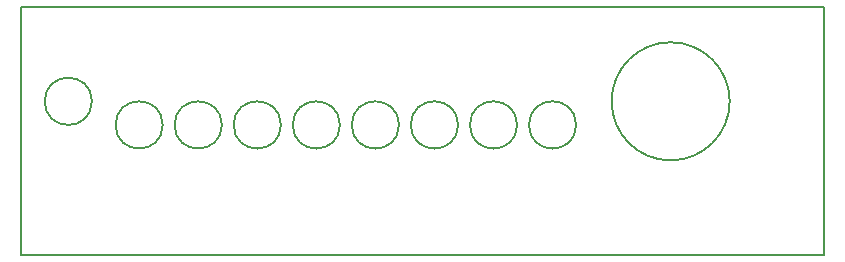
<source format=gm1>
G04 #@! TF.GenerationSoftware,KiCad,Pcbnew,5.0.0-rc2*
G04 #@! TF.CreationDate,2019-06-05T02:52:42-04:00*
G04 #@! TF.ProjectId,panelfront,70616E656C66726F6E742E6B69636164,rev?*
G04 #@! TF.SameCoordinates,Original*
G04 #@! TF.FileFunction,Profile,NP*
%FSLAX46Y46*%
G04 Gerber Fmt 4.6, Leading zero omitted, Abs format (unit mm)*
G04 Created by KiCad (PCBNEW 5.0.0-rc2) date Wed Jun  5 02:52:42 2019*
%MOMM*%
%LPD*%
G01*
G04 APERTURE LIST*
%ADD10C,0.152400*%
G04 APERTURE END LIST*
D10*
X102000000Y-89000000D02*
G75*
G03X102000000Y-89000000I-2000000J0D01*
G01*
X107000000Y-89000000D02*
G75*
G03X107000000Y-89000000I-2000000J0D01*
G01*
X92000000Y-89000000D02*
G75*
G03X92000000Y-89000000I-2000000J0D01*
G01*
X97000000Y-89000000D02*
G75*
G03X97000000Y-89000000I-2000000J0D01*
G01*
X87000000Y-89000000D02*
G75*
G03X87000000Y-89000000I-2000000J0D01*
G01*
X82000000Y-89000000D02*
G75*
G03X82000000Y-89000000I-2000000J0D01*
G01*
X77000000Y-89000000D02*
G75*
G03X77000000Y-89000000I-2000000J0D01*
G01*
X72000000Y-89000000D02*
G75*
G03X72000000Y-89000000I-2000000J0D01*
G01*
X66000000Y-87000000D02*
G75*
G03X66000000Y-87000000I-2000000J0D01*
G01*
X120000000Y-87000000D02*
G75*
G03X120000000Y-87000000I-5000000J0D01*
G01*
X128000000Y-100000000D02*
X60000000Y-100000000D01*
X128000000Y-79000000D02*
X128000000Y-100000000D01*
X60000000Y-79000000D02*
X128000000Y-79000000D01*
X60000000Y-100000000D02*
X60000000Y-79000000D01*
M02*

</source>
